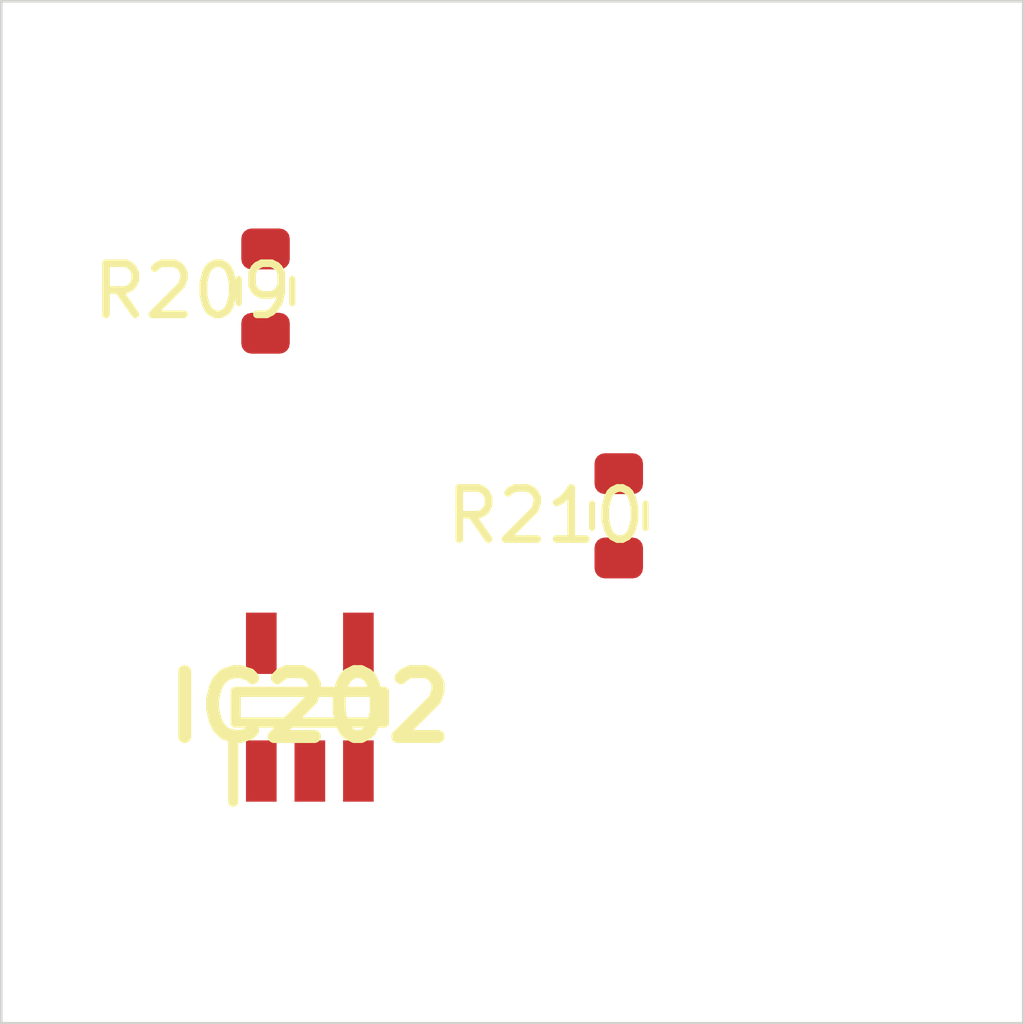
<source format=kicad_pcb>
 ( kicad_pcb  ( version 20171130 )
 ( host pcbnew 5.1.12-84ad8e8a86~92~ubuntu18.04.1 )
 ( general  ( thickness 1.6 )
 ( drawings 4 )
 ( tracks 0 )
 ( zones 0 )
 ( modules 3 )
 ( nets 5 )
)
 ( page A4 )
 ( layers  ( 0 F.Cu signal )
 ( 31 B.Cu signal )
 ( 32 B.Adhes user )
 ( 33 F.Adhes user )
 ( 34 B.Paste user )
 ( 35 F.Paste user )
 ( 36 B.SilkS user )
 ( 37 F.SilkS user )
 ( 38 B.Mask user )
 ( 39 F.Mask user )
 ( 40 Dwgs.User user )
 ( 41 Cmts.User user )
 ( 42 Eco1.User user )
 ( 43 Eco2.User user )
 ( 44 Edge.Cuts user )
 ( 45 Margin user )
 ( 46 B.CrtYd user )
 ( 47 F.CrtYd user )
 ( 48 B.Fab user )
 ( 49 F.Fab user )
)
 ( setup  ( last_trace_width 0.25 )
 ( trace_clearance 0.2 )
 ( zone_clearance 0.508 )
 ( zone_45_only no )
 ( trace_min 0.2 )
 ( via_size 0.8 )
 ( via_drill 0.4 )
 ( via_min_size 0.4 )
 ( via_min_drill 0.3 )
 ( uvia_size 0.3 )
 ( uvia_drill 0.1 )
 ( uvias_allowed no )
 ( uvia_min_size 0.2 )
 ( uvia_min_drill 0.1 )
 ( edge_width 0.05 )
 ( segment_width 0.2 )
 ( pcb_text_width 0.3 )
 ( pcb_text_size 1.5 1.5 )
 ( mod_edge_width 0.12 )
 ( mod_text_size 1 1 )
 ( mod_text_width 0.15 )
 ( pad_size 1.524 1.524 )
 ( pad_drill 0.762 )
 ( pad_to_mask_clearance 0 )
 ( aux_axis_origin 0 0 )
 ( visible_elements FFFFFF7F )
 ( pcbplotparams  ( layerselection 0x010fc_ffffffff )
 ( usegerberextensions false )
 ( usegerberattributes true )
 ( usegerberadvancedattributes true )
 ( creategerberjobfile true )
 ( excludeedgelayer true )
 ( linewidth 0.100000 )
 ( plotframeref false )
 ( viasonmask false )
 ( mode 1 )
 ( useauxorigin false )
 ( hpglpennumber 1 )
 ( hpglpenspeed 20 )
 ( hpglpendiameter 15.000000 )
 ( psnegative false )
 ( psa4output false )
 ( plotreference true )
 ( plotvalue true )
 ( plotinvisibletext false )
 ( padsonsilk false )
 ( subtractmaskfromsilk false )
 ( outputformat 1 )
 ( mirror false )
 ( drillshape 1 )
 ( scaleselection 1 )
 ( outputdirectory "" )
)
)
 ( net 0 "" )
 ( net 1 GND )
 ( net 2 VDDA )
 ( net 3 /Sheet6235D886/vp )
 ( net 4 "Net-(IC202-Pad3)" )
 ( net_class Default "This is the default net class."  ( clearance 0.2 )
 ( trace_width 0.25 )
 ( via_dia 0.8 )
 ( via_drill 0.4 )
 ( uvia_dia 0.3 )
 ( uvia_drill 0.1 )
 ( add_net /Sheet6235D886/vp )
 ( add_net GND )
 ( add_net "Net-(IC202-Pad3)" )
 ( add_net VDDA )
)
 ( module SOT95P280X145-5N locked  ( layer F.Cu )
 ( tedit 62336ED7 )
 ( tstamp 623423ED )
 ( at 86.038900 113.815000 90.000000 )
 ( descr DBV0005A )
 ( tags "Integrated Circuit" )
 ( path /6235D887/6266C08E )
 ( attr smd )
 ( fp_text reference IC202  ( at 0 0 )
 ( layer F.SilkS )
 ( effects  ( font  ( size 1.27 1.27 )
 ( thickness 0.254 )
)
)
)
 ( fp_text value TL071HIDBVR  ( at 0 0 )
 ( layer F.SilkS )
hide  ( effects  ( font  ( size 1.27 1.27 )
 ( thickness 0.254 )
)
)
)
 ( fp_line  ( start -1.85 -1.5 )
 ( end -0.65 -1.5 )
 ( layer F.SilkS )
 ( width 0.2 )
)
 ( fp_line  ( start -0.3 1.45 )
 ( end -0.3 -1.45 )
 ( layer F.SilkS )
 ( width 0.2 )
)
 ( fp_line  ( start 0.3 1.45 )
 ( end -0.3 1.45 )
 ( layer F.SilkS )
 ( width 0.2 )
)
 ( fp_line  ( start 0.3 -1.45 )
 ( end 0.3 1.45 )
 ( layer F.SilkS )
 ( width 0.2 )
)
 ( fp_line  ( start -0.3 -1.45 )
 ( end 0.3 -1.45 )
 ( layer F.SilkS )
 ( width 0.2 )
)
 ( fp_line  ( start -0.8 -0.5 )
 ( end 0.15 -1.45 )
 ( layer Dwgs.User )
 ( width 0.1 )
)
 ( fp_line  ( start -0.8 1.45 )
 ( end -0.8 -1.45 )
 ( layer Dwgs.User )
 ( width 0.1 )
)
 ( fp_line  ( start 0.8 1.45 )
 ( end -0.8 1.45 )
 ( layer Dwgs.User )
 ( width 0.1 )
)
 ( fp_line  ( start 0.8 -1.45 )
 ( end 0.8 1.45 )
 ( layer Dwgs.User )
 ( width 0.1 )
)
 ( fp_line  ( start -0.8 -1.45 )
 ( end 0.8 -1.45 )
 ( layer Dwgs.User )
 ( width 0.1 )
)
 ( fp_line  ( start -2.1 1.775 )
 ( end -2.1 -1.775 )
 ( layer Dwgs.User )
 ( width 0.05 )
)
 ( fp_line  ( start 2.1 1.775 )
 ( end -2.1 1.775 )
 ( layer Dwgs.User )
 ( width 0.05 )
)
 ( fp_line  ( start 2.1 -1.775 )
 ( end 2.1 1.775 )
 ( layer Dwgs.User )
 ( width 0.05 )
)
 ( fp_line  ( start -2.1 -1.775 )
 ( end 2.1 -1.775 )
 ( layer Dwgs.User )
 ( width 0.05 )
)
 ( pad 1 smd rect  ( at -1.25 -0.95 180.000000 )
 ( size 0.6 1.2 )
 ( layers F.Cu F.Mask F.Paste )
 ( net 3 /Sheet6235D886/vp )
)
 ( pad 2 smd rect  ( at -1.25 0 180.000000 )
 ( size 0.6 1.2 )
 ( layers F.Cu F.Mask F.Paste )
 ( net 1 GND )
)
 ( pad 3 smd rect  ( at -1.25 0.95 180.000000 )
 ( size 0.6 1.2 )
 ( layers F.Cu F.Mask F.Paste )
 ( net 4 "Net-(IC202-Pad3)" )
)
 ( pad 4 smd rect  ( at 1.25 0.95 180.000000 )
 ( size 0.6 1.2 )
 ( layers F.Cu F.Mask F.Paste )
 ( net 3 /Sheet6235D886/vp )
)
 ( pad 5 smd rect  ( at 1.25 -0.95 180.000000 )
 ( size 0.6 1.2 )
 ( layers F.Cu F.Mask F.Paste )
 ( net 2 VDDA )
)
)
 ( module Resistor_SMD:R_0603_1608Metric  ( layer F.Cu )
 ( tedit 5F68FEEE )
 ( tstamp 62342595 )
 ( at 85.171900 105.672000 90.000000 )
 ( descr "Resistor SMD 0603 (1608 Metric), square (rectangular) end terminal, IPC_7351 nominal, (Body size source: IPC-SM-782 page 72, https://www.pcb-3d.com/wordpress/wp-content/uploads/ipc-sm-782a_amendment_1_and_2.pdf), generated with kicad-footprint-generator" )
 ( tags resistor )
 ( path /6235D887/623CDBD9 )
 ( attr smd )
 ( fp_text reference R209  ( at 0 -1.43 )
 ( layer F.SilkS )
 ( effects  ( font  ( size 1 1 )
 ( thickness 0.15 )
)
)
)
 ( fp_text value 100k  ( at 0 1.43 )
 ( layer F.Fab )
 ( effects  ( font  ( size 1 1 )
 ( thickness 0.15 )
)
)
)
 ( fp_line  ( start -0.8 0.4125 )
 ( end -0.8 -0.4125 )
 ( layer F.Fab )
 ( width 0.1 )
)
 ( fp_line  ( start -0.8 -0.4125 )
 ( end 0.8 -0.4125 )
 ( layer F.Fab )
 ( width 0.1 )
)
 ( fp_line  ( start 0.8 -0.4125 )
 ( end 0.8 0.4125 )
 ( layer F.Fab )
 ( width 0.1 )
)
 ( fp_line  ( start 0.8 0.4125 )
 ( end -0.8 0.4125 )
 ( layer F.Fab )
 ( width 0.1 )
)
 ( fp_line  ( start -0.237258 -0.5225 )
 ( end 0.237258 -0.5225 )
 ( layer F.SilkS )
 ( width 0.12 )
)
 ( fp_line  ( start -0.237258 0.5225 )
 ( end 0.237258 0.5225 )
 ( layer F.SilkS )
 ( width 0.12 )
)
 ( fp_line  ( start -1.48 0.73 )
 ( end -1.48 -0.73 )
 ( layer F.CrtYd )
 ( width 0.05 )
)
 ( fp_line  ( start -1.48 -0.73 )
 ( end 1.48 -0.73 )
 ( layer F.CrtYd )
 ( width 0.05 )
)
 ( fp_line  ( start 1.48 -0.73 )
 ( end 1.48 0.73 )
 ( layer F.CrtYd )
 ( width 0.05 )
)
 ( fp_line  ( start 1.48 0.73 )
 ( end -1.48 0.73 )
 ( layer F.CrtYd )
 ( width 0.05 )
)
 ( fp_text user %R  ( at 0 0 )
 ( layer F.Fab )
 ( effects  ( font  ( size 0.4 0.4 )
 ( thickness 0.06 )
)
)
)
 ( pad 1 smd roundrect  ( at -0.825 0 90.000000 )
 ( size 0.8 0.95 )
 ( layers F.Cu F.Mask F.Paste )
 ( roundrect_rratio 0.25 )
 ( net 2 VDDA )
)
 ( pad 2 smd roundrect  ( at 0.825 0 90.000000 )
 ( size 0.8 0.95 )
 ( layers F.Cu F.Mask F.Paste )
 ( roundrect_rratio 0.25 )
 ( net 4 "Net-(IC202-Pad3)" )
)
 ( model ${KISYS3DMOD}/Resistor_SMD.3dshapes/R_0603_1608Metric.wrl  ( at  ( xyz 0 0 0 )
)
 ( scale  ( xyz 1 1 1 )
)
 ( rotate  ( xyz 0 0 0 )
)
)
)
 ( module Resistor_SMD:R_0603_1608Metric  ( layer F.Cu )
 ( tedit 5F68FEEE )
 ( tstamp 623425A6 )
 ( at 92.084900 110.070000 90.000000 )
 ( descr "Resistor SMD 0603 (1608 Metric), square (rectangular) end terminal, IPC_7351 nominal, (Body size source: IPC-SM-782 page 72, https://www.pcb-3d.com/wordpress/wp-content/uploads/ipc-sm-782a_amendment_1_and_2.pdf), generated with kicad-footprint-generator" )
 ( tags resistor )
 ( path /6235D887/623CDBDF )
 ( attr smd )
 ( fp_text reference R210  ( at 0 -1.43 )
 ( layer F.SilkS )
 ( effects  ( font  ( size 1 1 )
 ( thickness 0.15 )
)
)
)
 ( fp_text value 100k  ( at 0 1.43 )
 ( layer F.Fab )
 ( effects  ( font  ( size 1 1 )
 ( thickness 0.15 )
)
)
)
 ( fp_line  ( start 1.48 0.73 )
 ( end -1.48 0.73 )
 ( layer F.CrtYd )
 ( width 0.05 )
)
 ( fp_line  ( start 1.48 -0.73 )
 ( end 1.48 0.73 )
 ( layer F.CrtYd )
 ( width 0.05 )
)
 ( fp_line  ( start -1.48 -0.73 )
 ( end 1.48 -0.73 )
 ( layer F.CrtYd )
 ( width 0.05 )
)
 ( fp_line  ( start -1.48 0.73 )
 ( end -1.48 -0.73 )
 ( layer F.CrtYd )
 ( width 0.05 )
)
 ( fp_line  ( start -0.237258 0.5225 )
 ( end 0.237258 0.5225 )
 ( layer F.SilkS )
 ( width 0.12 )
)
 ( fp_line  ( start -0.237258 -0.5225 )
 ( end 0.237258 -0.5225 )
 ( layer F.SilkS )
 ( width 0.12 )
)
 ( fp_line  ( start 0.8 0.4125 )
 ( end -0.8 0.4125 )
 ( layer F.Fab )
 ( width 0.1 )
)
 ( fp_line  ( start 0.8 -0.4125 )
 ( end 0.8 0.4125 )
 ( layer F.Fab )
 ( width 0.1 )
)
 ( fp_line  ( start -0.8 -0.4125 )
 ( end 0.8 -0.4125 )
 ( layer F.Fab )
 ( width 0.1 )
)
 ( fp_line  ( start -0.8 0.4125 )
 ( end -0.8 -0.4125 )
 ( layer F.Fab )
 ( width 0.1 )
)
 ( fp_text user %R  ( at 0 0 )
 ( layer F.Fab )
 ( effects  ( font  ( size 0.4 0.4 )
 ( thickness 0.06 )
)
)
)
 ( pad 2 smd roundrect  ( at 0.825 0 90.000000 )
 ( size 0.8 0.95 )
 ( layers F.Cu F.Mask F.Paste )
 ( roundrect_rratio 0.25 )
 ( net 1 GND )
)
 ( pad 1 smd roundrect  ( at -0.825 0 90.000000 )
 ( size 0.8 0.95 )
 ( layers F.Cu F.Mask F.Paste )
 ( roundrect_rratio 0.25 )
 ( net 4 "Net-(IC202-Pad3)" )
)
 ( model ${KISYS3DMOD}/Resistor_SMD.3dshapes/R_0603_1608Metric.wrl  ( at  ( xyz 0 0 0 )
)
 ( scale  ( xyz 1 1 1 )
)
 ( rotate  ( xyz 0 0 0 )
)
)
)
 ( gr_line  ( start 100 100 )
 ( end 100 120 )
 ( layer Edge.Cuts )
 ( width 0.05 )
 ( tstamp 62E770C4 )
)
 ( gr_line  ( start 80 120 )
 ( end 100 120 )
 ( layer Edge.Cuts )
 ( width 0.05 )
 ( tstamp 62E770C0 )
)
 ( gr_line  ( start 80 100 )
 ( end 100 100 )
 ( layer Edge.Cuts )
 ( width 0.05 )
 ( tstamp 6234110C )
)
 ( gr_line  ( start 80 100 )
 ( end 80 120 )
 ( layer Edge.Cuts )
 ( width 0.05 )
)
)

</source>
